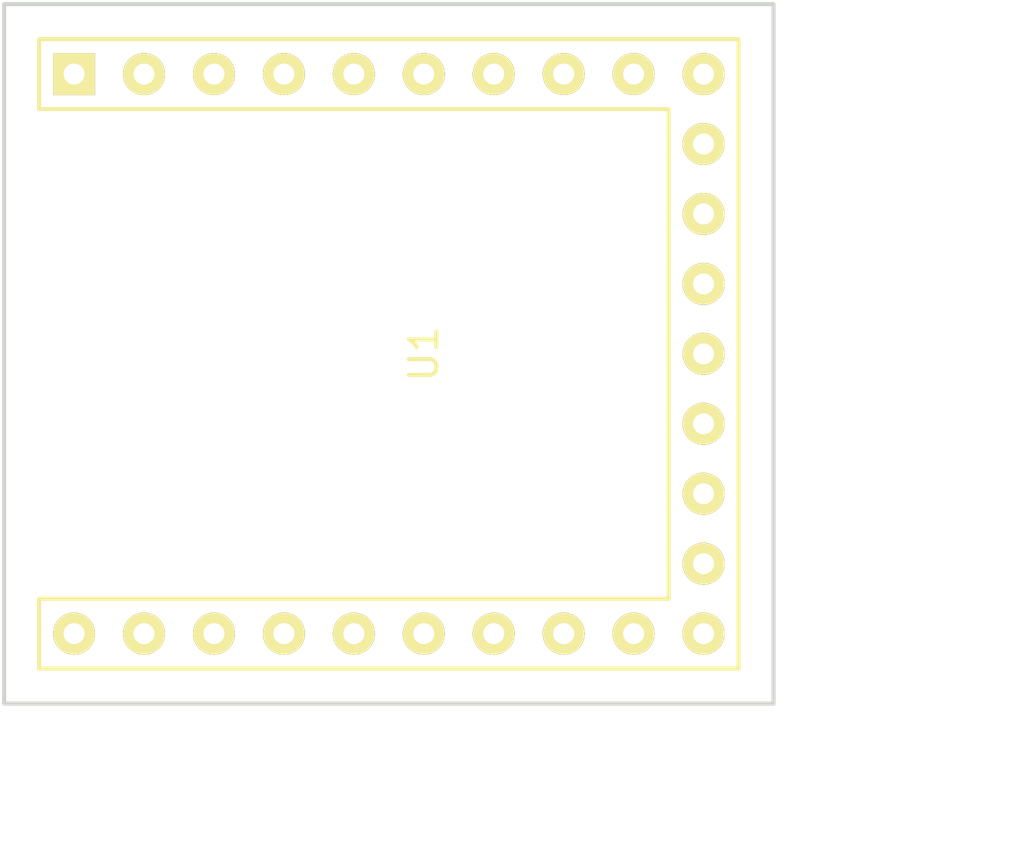
<source format=kicad_pcb>
(kicad_pcb (version 4) (host pcbnew 4.0.2+dfsg1-stable)

  (general
    (links 0)
    (no_connects 0)
    (area 134.544999 101.524999 162.635001 127.075001)
    (thickness 1.6)
    (drawings 6)
    (tracks 0)
    (zones 0)
    (modules 1)
    (nets 2)
  )

  (page A4)
  (layers
    (0 F.Cu signal)
    (31 B.Cu signal)
    (32 B.Adhes user)
    (33 F.Adhes user)
    (34 B.Paste user)
    (35 F.Paste user)
    (36 B.SilkS user)
    (37 F.SilkS user)
    (38 B.Mask user)
    (39 F.Mask user)
    (40 Dwgs.User user)
    (41 Cmts.User user)
    (42 Eco1.User user)
    (43 Eco2.User user)
    (44 Edge.Cuts user)
    (45 Margin user)
    (46 B.CrtYd user)
    (47 F.CrtYd user)
    (48 B.Fab user)
    (49 F.Fab user)
  )

  (setup
    (last_trace_width 0.25)
    (trace_clearance 0.2)
    (zone_clearance 0.508)
    (zone_45_only no)
    (trace_min 0.2)
    (segment_width 0.2)
    (edge_width 0.15)
    (via_size 0.6)
    (via_drill 0.4)
    (via_min_size 0.4)
    (via_min_drill 0.3)
    (uvia_size 0.3)
    (uvia_drill 0.1)
    (uvias_allowed no)
    (uvia_min_size 0.2)
    (uvia_min_drill 0.1)
    (pcb_text_width 0.3)
    (pcb_text_size 1.5 1.5)
    (mod_edge_width 0.15)
    (mod_text_size 1 1)
    (mod_text_width 0.15)
    (pad_size 2.032 2.032)
    (pad_drill 1.016)
    (pad_to_mask_clearance 0.2)
    (aux_axis_origin 0 0)
    (visible_elements FFFFFF7F)
    (pcbplotparams
      (layerselection 0x00030_80000001)
      (usegerberextensions false)
      (excludeedgelayer true)
      (linewidth 0.100000)
      (plotframeref false)
      (viasonmask false)
      (mode 1)
      (useauxorigin false)
      (hpglpennumber 1)
      (hpglpenspeed 20)
      (hpglpendiameter 15)
      (hpglpenoverlay 2)
      (psnegative false)
      (psa4output false)
      (plotreference true)
      (plotvalue true)
      (plotinvisibletext false)
      (padsonsilk false)
      (subtractmaskfromsilk false)
      (outputformat 1)
      (mirror false)
      (drillshape 1)
      (scaleselection 1)
      (outputdirectory ""))
  )

  (net 0 "")
  (net 1 /GND)

  (net_class Default "This is the default net class."
    (clearance 0.2)
    (trace_width 0.25)
    (via_dia 0.6)
    (via_drill 0.4)
    (uvia_dia 0.3)
    (uvia_drill 0.1)
  )

  (module microduino:Microduino-27upin (layer F.Cu) (tedit 59A2B485) (tstamp 59A2B55D)
    (at 162.56 127 90)
    (descr 15)
    (path /59A2ACEC)
    (fp_text reference U1 (at 12.7 -12.7 90) (layer F.SilkS)
      (effects (font (size 1 1) (thickness 0.15)))
    )
    (fp_text value Microduino-Core (at 12.7 -10.16 90) (layer F.Fab)
      (effects (font (size 1 1) (thickness 0.15)))
    )
    (fp_line (start 1.27 -26.67) (end 3.81 -26.67) (layer F.SilkS) (width 0.15))
    (fp_line (start 3.81 -26.67) (end 3.81 -3.81) (layer F.SilkS) (width 0.15))
    (fp_line (start 3.81 -3.81) (end 21.59 -3.81) (layer F.SilkS) (width 0.15))
    (fp_line (start 21.59 -3.81) (end 21.59 -26.67) (layer F.SilkS) (width 0.15))
    (fp_line (start 21.59 -26.67) (end 24.13 -26.67) (layer F.SilkS) (width 0.15))
    (fp_line (start 24.13 -26.67) (end 24.13 -1.27) (layer F.SilkS) (width 0.15))
    (fp_line (start 24.13 -1.27) (end 1.27 -1.27) (layer F.SilkS) (width 0.15))
    (fp_line (start 1.27 -1.27) (end 1.27 -26.67) (layer F.SilkS) (width 0.15))
    (pad 19 thru_hole circle (at 2.54 -5.08 90) (size 1.524 1.524) (drill 0.762) (layers *.Cu *.Mask F.SilkS))
    (pad 20 thru_hole circle (at 2.54 -7.62 90) (size 1.524 1.524) (drill 0.762) (layers *.Cu *.Mask F.SilkS))
    (pad 21 thru_hole circle (at 2.54 -10.16 90) (size 1.524 1.524) (drill 0.762) (layers *.Cu *.Mask F.SilkS))
    (pad 22 thru_hole circle (at 2.54 -12.7 90) (size 1.524 1.524) (drill 0.762) (layers *.Cu *.Mask F.SilkS))
    (pad 23 thru_hole circle (at 2.54 -15.24 90) (size 1.524 1.524) (drill 0.762) (layers *.Cu *.Mask F.SilkS))
    (pad 24 thru_hole circle (at 2.54 -17.78 90) (size 1.524 1.524) (drill 0.762) (layers *.Cu *.Mask F.SilkS))
    (pad 25 thru_hole circle (at 2.54 -20.32 90) (size 1.524 1.524) (drill 0.762) (layers *.Cu *.Mask F.SilkS))
    (pad 26 thru_hole circle (at 2.54 -22.86 90) (size 1.524 1.524) (drill 0.762) (layers *.Cu *.Mask F.SilkS))
    (pad 27 thru_hole circle (at 2.54 -25.4 90) (size 1.524 1.524) (drill 0.762) (layers *.Cu *.Mask F.SilkS))
    (pad 18 thru_hole circle (at 2.54 -2.54 90) (size 1.524 1.524) (drill 0.762) (layers *.Cu *.Mask F.SilkS))
    (pad 17 thru_hole circle (at 5.08 -2.54 90) (size 1.524 1.524) (drill 0.762) (layers *.Cu *.Mask F.SilkS))
    (pad 16 thru_hole circle (at 7.62 -2.54 90) (size 1.524 1.524) (drill 0.762) (layers *.Cu *.Mask F.SilkS))
    (pad 15 thru_hole circle (at 10.16 -2.54 90) (size 1.524 1.524) (drill 0.762) (layers *.Cu *.Mask F.SilkS))
    (pad 14 thru_hole circle (at 12.7 -2.54 90) (size 1.524 1.524) (drill 0.762) (layers *.Cu *.Mask F.SilkS))
    (pad 13 thru_hole circle (at 15.24 -2.54 90) (size 1.524 1.524) (drill 0.762) (layers *.Cu *.Mask F.SilkS))
    (pad 12 thru_hole circle (at 17.78 -2.54 90) (size 1.524 1.524) (drill 0.762) (layers *.Cu *.Mask F.SilkS))
    (pad 11 thru_hole circle (at 20.32 -2.54 90) (size 1.524 1.524) (drill 0.762) (layers *.Cu *.Mask F.SilkS))
    (pad 10 thru_hole circle (at 22.86 -2.54 90) (size 1.524 1.524) (drill 0.762) (layers *.Cu *.Mask F.SilkS))
    (pad 9 thru_hole circle (at 22.86 -5.08 90) (size 1.524 1.524) (drill 0.762) (layers *.Cu *.Mask F.SilkS))
    (pad 8 thru_hole circle (at 22.86 -7.62 90) (size 1.524 1.524) (drill 0.762) (layers *.Cu *.Mask F.SilkS))
    (pad 7 thru_hole circle (at 22.86 -10.16 90) (size 1.524 1.524) (drill 0.762) (layers *.Cu *.Mask F.SilkS))
    (pad 6 thru_hole circle (at 22.86 -12.7 90) (size 1.524 1.524) (drill 0.762) (layers *.Cu *.Mask F.SilkS))
    (pad 5 thru_hole circle (at 22.86 -15.24 90) (size 1.524 1.524) (drill 0.762) (layers *.Cu *.Mask F.SilkS))
    (pad 4 thru_hole circle (at 22.86 -17.78 90) (size 1.524 1.524) (drill 0.762) (layers *.Cu *.Mask F.SilkS))
    (pad 3 thru_hole circle (at 22.86 -20.32 90) (size 1.524 1.524) (drill 0.762) (layers *.Cu *.Mask F.SilkS))
    (pad 2 thru_hole circle (at 22.86 -22.86 90) (size 1.524 1.524) (drill 0.762) (layers *.Cu *.Mask F.SilkS))
    (pad 1 thru_hole rect (at 22.86 -25.4 90) (size 1.524 1.524) (drill 0.762) (layers *.Cu *.Mask F.SilkS))
  )

  (dimension 25.4 (width 0.3) (layer Dwgs.User)
    (gr_text "25,400 mm" (at 168.99 114.3 90) (layer Dwgs.User)
      (effects (font (size 1.5 1.5) (thickness 0.3)))
    )
    (feature1 (pts (xy 162.56 101.6) (xy 170.34 101.6)))
    (feature2 (pts (xy 162.56 127) (xy 170.34 127)))
    (crossbar (pts (xy 167.64 127) (xy 167.64 101.6)))
    (arrow1a (pts (xy 167.64 101.6) (xy 168.226421 102.726504)))
    (arrow1b (pts (xy 167.64 101.6) (xy 167.053579 102.726504)))
    (arrow2a (pts (xy 167.64 127) (xy 168.226421 125.873496)))
    (arrow2b (pts (xy 167.64 127) (xy 167.053579 125.873496)))
  )
  (dimension 27.94 (width 0.3) (layer Dwgs.User)
    (gr_text "27,940 mm" (at 148.59 133.43) (layer Dwgs.User)
      (effects (font (size 1.5 1.5) (thickness 0.3)))
    )
    (feature1 (pts (xy 162.56 127) (xy 162.56 134.78)))
    (feature2 (pts (xy 134.62 127) (xy 134.62 134.78)))
    (crossbar (pts (xy 134.62 132.08) (xy 162.56 132.08)))
    (arrow1a (pts (xy 162.56 132.08) (xy 161.433496 132.666421)))
    (arrow1b (pts (xy 162.56 132.08) (xy 161.433496 131.493579)))
    (arrow2a (pts (xy 134.62 132.08) (xy 135.746504 132.666421)))
    (arrow2b (pts (xy 134.62 132.08) (xy 135.746504 131.493579)))
  )
  (gr_line (start 134.62 127) (end 134.62 101.6) (angle 90) (layer Edge.Cuts) (width 0.15))
  (gr_line (start 162.56 127) (end 134.62 127) (angle 90) (layer Edge.Cuts) (width 0.15))
  (gr_line (start 162.56 101.6) (end 162.56 127) (angle 90) (layer Edge.Cuts) (width 0.15))
  (gr_line (start 134.62 101.6) (end 162.56 101.6) (angle 90) (layer Edge.Cuts) (width 0.15))

  (zone (net 1) (net_name /GND) (layer F.Cu) (tstamp 59A0D01E) (hatch edge 0.508)
    (connect_pads (clearance 0.508))
    (min_thickness 0.254)
    (fill yes (arc_segments 16) (thermal_gap 0.508) (thermal_bridge_width 0.508))
    (polygon
      (pts
        (xy 134.62 101.6) (xy 162.56 101.6) (xy 162.56 127) (xy 134.62 127)
      )
    )
  )
  (zone (net 1) (net_name /GND) (layer B.Cu) (tstamp 59A0D01F) (hatch edge 0.508)
    (connect_pads (clearance 0.508))
    (min_thickness 0.254)
    (fill yes (arc_segments 16) (thermal_gap 0.508) (thermal_bridge_width 0.508))
    (polygon
      (pts
        (xy 134.62 101.6) (xy 162.56 101.6) (xy 162.56 127) (xy 134.62 127)
      )
    )
  )
)

</source>
